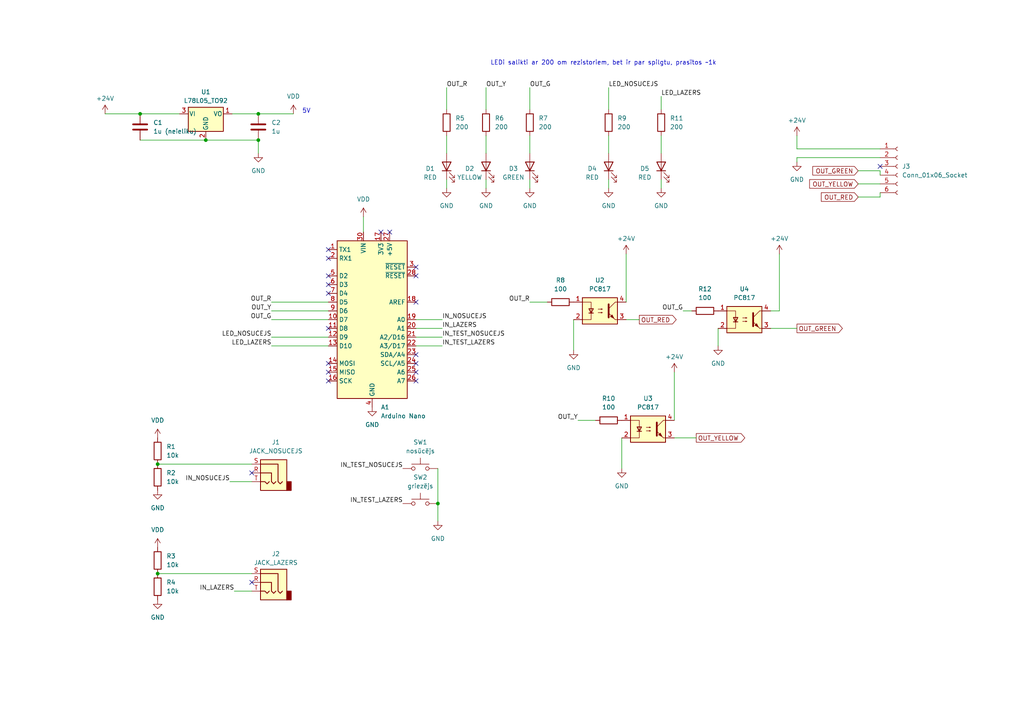
<source format=kicad_sch>
(kicad_sch (version 20230121) (generator eeschema)
  (paper "A4")
  (title_block (title "Plotera sensoru kontrolieris") (date "2023-11-19") (rev "2") (company "RTU CECA0 I") (comment 1 "Einārs Lielmanis"))
  (lib_symbols
    (symbol "Connector:Conn_01x06_Socket" (pin_names (offset 1.016) hide)
      (property "Reference" "J" (at 0 7.62 0))
      (property "Value" "Conn_01x06_Socket" (at 0 -10.16 0))
      (symbol "Conn_01x06_Socket_1_1"
        (arc (start 0 -7.112) (mid -0.5058 -7.62) (end 0 -8.128) (stroke (width 0.1524)))
        (arc (start 0 -4.572) (mid -0.5058 -5.08) (end 0 -5.588) (stroke (width 0.1524)))
        (arc (start 0 -2.032) (mid -0.5058 -2.54) (end 0 -3.048) (stroke (width 0.1524)))
        (polyline (pts (xy -1.27 -7.62) (xy -0.508 -7.62)) (stroke (width 0.1524)))
        (polyline (pts (xy -1.27 -5.08) (xy -0.508 -5.08)) (stroke (width 0.1524)))
        (polyline (pts (xy -1.27 -2.54) (xy -0.508 -2.54)) (stroke (width 0.1524)))
        (polyline (pts (xy -1.27 0) (xy -0.508 0)) (stroke (width 0.1524)))
        (polyline (pts (xy -1.27 2.54) (xy -0.508 2.54)) (stroke (width 0.1524)))
        (polyline (pts (xy -1.27 5.08) (xy -0.508 5.08)) (stroke (width 0.1524)))
        (arc (start 0 0.508) (mid -0.5058 0) (end 0 -0.508) (stroke (width 0.1524)))
        (arc (start 0 3.048) (mid -0.5058 2.54) (end 0 2.032) (stroke (width 0.1524)))
        (arc (start 0 5.588) (mid -0.5058 5.08) (end 0 4.572) (stroke (width 0.1524)))
        (pin passive line (at -5.08 5.08 0) (length 3.81) (name "Pin_1") (number "1"))
        (pin passive line (at -5.08 2.54 0) (length 3.81) (name "Pin_2") (number "2"))
        (pin passive line (at -5.08 0 0) (length 3.81) (name "Pin_3") (number "3"))
        (pin passive line (at -5.08 -2.54 0) (length 3.81) (name "Pin_4") (number "4"))
        (pin passive line (at -5.08 -5.08 0) (length 3.81) (name "Pin_5") (number "5"))
        (pin passive line (at -5.08 -7.62 0) (length 3.81) (name "Pin_6") (number "6"))
      )
    )
    (symbol "Connector_Audio:AudioJack3"
      (property "Reference" "J" (at 0 8.89 0))
      (property "Value" "AudioJack3" (at 0 6.35 0))
      (symbol "AudioJack3_0_1"
        (rectangle (start -5.08 -5.08) (end -6.35 -2.54) (stroke (width 0.254)) (fill (type outline)))
        (polyline (pts (xy 0 -2.54) (xy 0.635 -3.175) (xy 1.27 -2.54) (xy 2.54 -2.54)) (stroke (width 0.254)))
        (polyline (pts (xy -1.905 -2.54) (xy -1.27 -3.175) (xy -0.635 -2.54) (xy -0.635 0) (xy 2.54 0)) (stroke (width 0.254)))
        (polyline (pts (xy 2.54 2.54) (xy -2.54 2.54) (xy -2.54 -2.54) (xy -3.175 -3.175) (xy -3.81 -2.54)) (stroke (width 0.254)))
        (rectangle (start 2.54 3.81) (end -5.08 -5.08) (stroke (width 0.254)) (fill (type background)))
      )
      (symbol "AudioJack3_1_1"
        (pin passive line (at 5.08 0 180) (length 2.54) (name "~") (number "R"))
        (pin passive line (at 5.08 2.54 180) (length 2.54) (name "~") (number "S"))
        (pin passive line (at 5.08 -2.54 180) (length 2.54) (name "~") (number "T"))
      )
    )
    (symbol "Device:C" (pin_numbers hide) (pin_names (offset 0.254))
      (property "Reference" "C" (at 0.635 2.54 0))
      (property "Value" "C" (at 0.635 -2.54 0))
      (symbol "C_0_1"
        (polyline (pts (xy -2.032 -0.762) (xy 2.032 -0.762)) (stroke (width 0.508)))
        (polyline (pts (xy -2.032 0.762) (xy 2.032 0.762)) (stroke (width 0.508)))
      )
      (symbol "C_1_1"
        (pin passive line (at 0 3.81 270) (length 2.794) (name "~") (number "1"))
        (pin passive line (at 0 -3.81 90) (length 2.794) (name "~") (number "2"))
      )
    )
    (symbol "Device:LED" (pin_numbers hide) (pin_names (offset 1.016) hide)
      (property "Reference" "D" (at 0 2.54 0))
      (property "Value" "LED" (at 0 -2.54 0))
      (symbol "LED_0_1"
        (polyline (pts (xy -1.27 -1.27) (xy -1.27 1.27)) (stroke (width 0.254)))
        (polyline (pts (xy -1.27 0) (xy 1.27 0)))
        (polyline (pts (xy 1.27 -1.27) (xy 1.27 1.27) (xy -1.27 0) (xy 1.27 -1.27)) (stroke (width 0.254)))
        (polyline (pts (xy -3.048 -0.762) (xy -4.572 -2.286) (xy -3.81 -2.286) (xy -4.572 -2.286) (xy -4.572 -1.524)))
        (polyline (pts (xy -1.778 -0.762) (xy -3.302 -2.286) (xy -2.54 -2.286) (xy -3.302 -2.286) (xy -3.302 -1.524)))
      )
      (symbol "LED_1_1"
        (pin passive line (at -3.81 0 0) (length 2.54) (name "K") (number "1"))
        (pin passive line (at 3.81 0 180) (length 2.54) (name "A") (number "2"))
      )
    )
    (symbol "Device:R" (pin_numbers hide) (pin_names (offset 0))
      (property "Reference" "R" (at 2.032 0 90))
      (property "Value" "R" (at 0 0 90))
      (symbol "R_0_1"
        (rectangle (start -1.016 -2.54) (end 1.016 2.54) (stroke (width 0.254)))
      )
      (symbol "R_1_1"
        (pin passive line (at 0 3.81 270) (length 1.27) (name "~") (number "1"))
        (pin passive line (at 0 -3.81 90) (length 1.27) (name "~") (number "2"))
      )
    )
    (symbol "Isolator:PC817" (pin_names (offset 1.016))
      (property "Reference" "U" (at -5.08 5.08 0))
      (property "Value" "PC817" (at 0 5.08 0))
      (symbol "PC817_0_1"
        (rectangle (start -5.08 3.81) (end 5.08 -3.81) (stroke (width 0.254)) (fill (type background)))
        (polyline (pts (xy -3.175 -0.635) (xy -1.905 -0.635)) (stroke (width 0.254)))
        (polyline (pts (xy 2.54 0.635) (xy 4.445 2.54)))
        (polyline (pts (xy 4.445 -2.54) (xy 2.54 -0.635)) (fill (type outline)))
        (polyline (pts (xy 4.445 -2.54) (xy 5.08 -2.54)))
        (polyline (pts (xy 4.445 2.54) (xy 5.08 2.54)))
        (polyline (pts (xy -5.08 2.54) (xy -2.54 2.54) (xy -2.54 -0.635)))
        (polyline (pts (xy -2.54 -0.635) (xy -2.54 -2.54) (xy -5.08 -2.54)))
        (polyline (pts (xy 2.54 1.905) (xy 2.54 -1.905) (xy 2.54 -1.905)) (stroke (width 0.508)))
        (polyline (pts (xy -2.54 -0.635) (xy -3.175 0.635) (xy -1.905 0.635) (xy -2.54 -0.635)) (stroke (width 0.254)))
        (polyline (pts (xy -0.508 -0.508) (xy 0.762 -0.508) (xy 0.381 -0.635) (xy 0.381 -0.381) (xy 0.762 -0.508)))
        (polyline (pts (xy -0.508 0.508) (xy 0.762 0.508) (xy 0.381 0.381) (xy 0.381 0.635) (xy 0.762 0.508)))
        (polyline (pts (xy 3.048 -1.651) (xy 3.556 -1.143) (xy 4.064 -2.159) (xy 3.048 -1.651) (xy 3.048 -1.651)) (fill (type outline)))
      )
      (symbol "PC817_1_1"
        (pin passive line (at -7.62 2.54 0) (length 2.54) (name "~") (number "1"))
        (pin passive line (at -7.62 -2.54 0) (length 2.54) (name "~") (number "2"))
        (pin passive line (at 7.62 -2.54 180) (length 2.54) (name "~") (number "3"))
        (pin passive line (at 7.62 2.54 180) (length 2.54) (name "~") (number "4"))
      )
    )
    (symbol "MCU_Module:Arduino_Nano_Every"
      (property "Reference" "A?" (at 2.502 -25.4 0))
      (property "Value" "Arduino_Nano_Every" (at 2.502 -27.94 0))
      (symbol "Arduino_Nano_Every_0_1"
        (rectangle (start -10.16 22.86) (end 10.16 -22.86) (stroke (width 0.254)) (fill (type background)))
      )
      (symbol "Arduino_Nano_Every_1_1"
        (pin bidirectional line (at -12.7 20.32 0) (length 2.54) (name "TX1") (number "1"))
        (pin bidirectional line (at -12.7 0 0) (length 2.54) (name "D7") (number "10"))
        (pin bidirectional line (at -12.7 -2.54 0) (length 2.54) (name "D8") (number "11"))
        (pin bidirectional line (at -12.7 -5.08 0) (length 2.54) (name "D9") (number "12"))
        (pin bidirectional line (at -12.7 -7.62 0) (length 2.54) (name "D10") (number "13"))
        (pin bidirectional line (at -12.7 -12.7 0) (length 2.54) (name "MOSI") (number "14"))
        (pin bidirectional line (at -12.7 -15.24 0) (length 2.54) (name "MISO") (number "15"))
        (pin bidirectional line (at -12.7 -17.78 0) (length 2.54) (name "SCK") (number "16"))
        (pin power_out line (at 2.54 25.4 270) (length 2.54) (name "3V3") (number "17"))
        (pin input line (at 12.7 5.08 180) (length 2.54) (name "AREF") (number "18"))
        (pin bidirectional line (at 12.7 0 180) (length 2.54) (name "A0") (number "19"))
        (pin bidirectional line (at -12.7 17.78 0) (length 2.54) (name "RX1") (number "2"))
        (pin bidirectional line (at 12.7 -2.54 180) (length 2.54) (name "A1") (number "20"))
        (pin bidirectional line (at 12.7 -5.08 180) (length 2.54) (name "A2/D16") (number "21"))
        (pin bidirectional line (at 12.7 -7.62 180) (length 2.54) (name "A3/D17") (number "22"))
        (pin bidirectional line (at 12.7 -10.16 180) (length 2.54) (name "SDA/A4") (number "23"))
        (pin bidirectional line (at 12.7 -12.7 180) (length 2.54) (name "SCL/A5") (number "24"))
        (pin bidirectional line (at 12.7 -15.24 180) (length 2.54) (name "A6") (number "25"))
        (pin bidirectional line (at 12.7 -17.78 180) (length 2.54) (name "A7") (number "26"))
        (pin power_out line (at 5.08 25.4 270) (length 2.54) (name "+5V") (number "27"))
        (pin input line (at 12.7 12.7 180) (length 2.54) (name "~{RESET}") (number "28"))
        (pin passive line (at 0 -25.4 90) (length 2.54) hide (name "GND") (number "29"))
        (pin input line (at 12.7 15.24 180) (length 2.54) (name "~{RESET}") (number "3"))
        (pin power_in line (at -2.54 25.4 270) (length 2.54) (name "VIN") (number "30"))
        (pin power_in line (at 0 -25.4 90) (length 2.54) (name "GND") (number "4"))
        (pin bidirectional line (at -12.7 12.7 0) (length 2.54) (name "D2") (number "5"))
        (pin bidirectional line (at -12.7 10.16 0) (length 2.54) (name "D3") (number "6"))
        (pin bidirectional line (at -12.7 7.62 0) (length 2.54) (name "D4") (number "7"))
        (pin bidirectional line (at -12.7 5.08 0) (length 2.54) (name "D5") (number "8"))
        (pin bidirectional line (at -12.7 2.54 0) (length 2.54) (name "D6") (number "9"))
      )
    )
    (symbol "Regulator_Linear:L78L05_TO92" (pin_names (offset 0.254))
      (property "Reference" "U" (at -3.81 3.175 0))
      (property "Value" "L78L05_TO92" (at 0 3.175 0))
      (symbol "L78L05_TO92_0_1"
        (rectangle (start -5.08 -5.08) (end 5.08 1.905) (stroke (width 0.254)) (fill (type background)))
      )
      (symbol "L78L05_TO92_1_1"
        (pin power_out line (at 7.62 0 180) (length 2.54) (name "VO") (number "1"))
        (pin power_in line (at 0 -7.62 90) (length 2.54) (name "GND") (number "2"))
        (pin power_in line (at -7.62 0 0) (length 2.54) (name "VI") (number "3"))
      )
    )
    (symbol "Switch:SW_Push" (pin_numbers hide) (pin_names (offset 1.016) hide)
      (property "Reference" "SW" (at 1.27 2.54 0))
      (property "Value" "SW_Push" (at 0 -1.524 0))
      (symbol "SW_Push_0_1"
        (circle (center -2.032 0) (radius 0.508))
        (polyline (pts (xy 0 1.27) (xy 0 3.048)))
        (polyline (pts (xy 2.54 1.27) (xy -2.54 1.27)))
        (circle (center 2.032 0) (radius 0.508))
        (pin passive line (at -5.08 0 0) (length 2.54) (name "1") (number "1"))
        (pin passive line (at 5.08 0 180) (length 2.54) (name "2") (number "2"))
      )
    )
    (symbol "power:+24V" (power) (pin_names (offset 0))
      (property "Value" "+24V" (at 0 3.556 0))
      (symbol "+24V_0_1"
        (polyline (pts (xy -0.762 1.27) (xy 0 2.54)))
        (polyline (pts (xy 0 0) (xy 0 2.54)))
        (polyline (pts (xy 0 2.54) (xy 0.762 1.27)))
      )
      (symbol "+24V_1_1"
        (pin power_in line (at 0 0 90) (length 0) hide (name "+24V") (number "1"))
      )
    )
    (symbol "power:GND" (power) (pin_names (offset 0))
      (property "Value" "GND" (at 0 -3.81 0))
      (symbol "GND_0_1"
        (polyline (pts (xy 0 0) (xy 0 -1.27) (xy 1.27 -1.27) (xy 0 -2.54) (xy -1.27 -1.27) (xy 0 -1.27)))
      )
      (symbol "GND_1_1"
        (pin power_in line (at 0 0 270) (length 0) hide (name "GND") (number "1"))
      )
    )
    (symbol "power:VDD" (power) (pin_names (offset 0))
      (property "Value" "VDD" (at 0 3.81 0))
      (symbol "VDD_0_1"
        (polyline (pts (xy -0.762 1.27) (xy 0 2.54)))
        (polyline (pts (xy 0 0) (xy 0 2.54)))
        (polyline (pts (xy 0 2.54) (xy 0.762 1.27)))
      )
      (symbol "VDD_1_1"
        (pin power_in line (at 0 0 90) (length 0) hide (name "VDD") (number "1"))
      )
    )
  )
  (junction (at 45.72 166.37))
  (junction (at 45.72 134.62))
  (junction (at 74.93 40.64))
  (junction (at 59.69 40.64))
  (junction (at 127 146.05))
  (junction (at 40.64 33.02))
  (junction (at 74.93 33.02))
  (no_connect (at 95.25 80.01))
  (no_connect (at 95.25 95.25))
  (no_connect (at 95.25 74.93))
  (no_connect (at 95.25 85.09))
  (no_connect (at 120.65 80.01))
  (no_connect (at 120.65 110.49))
  (no_connect (at 95.25 105.41))
  (no_connect (at 73.025 168.91))
  (no_connect (at 95.25 82.55))
  (no_connect (at 120.65 102.87))
  (no_connect (at 120.65 107.95))
  (no_connect (at 95.25 72.39))
  (no_connect (at 113.03 67.31))
  (no_connect (at 95.25 107.95))
  (no_connect (at 95.25 110.49))
  (no_connect (at 255.27 48.26))
  (no_connect (at 110.49 67.31))
  (no_connect (at 120.65 77.47))
  (no_connect (at 120.65 105.41))
  (no_connect (at 73.025 137.16))
  (no_connect (at 120.65 87.63))
  (wire (pts (xy 105.41 62.865) (xy 105.41 67.31)))
  (wire (pts (xy 78.74 97.79) (xy 95.25 97.79)))
  (wire (pts (xy 181.61 92.71) (xy 185.42 92.71)))
  (wire (pts (xy 129.54 39.37) (xy 129.54 44.45)))
  (wire (pts (xy 195.58 127) (xy 201.93 127)))
  (wire (pts (xy 129.54 52.07) (xy 129.54 54.61)))
  (wire (pts (xy 59.69 40.64) (xy 74.93 40.64)))
  (wire (pts (xy 120.65 100.33) (xy 128.27 100.33)))
  (wire (pts (xy 181.61 73.66) (xy 181.61 87.63)))
  (wire (pts (xy 30.48 33.02) (xy 40.64 33.02)))
  (wire (pts (xy 176.53 39.37) (xy 176.53 44.45)))
  (wire (pts (xy 191.77 27.94) (xy 191.77 31.75)))
  (wire (pts (xy 40.64 33.02) (xy 52.07 33.02)))
  (wire (pts (xy 231.14 39.37) (xy 231.14 43.18)))
  (wire (pts (xy 166.37 92.71) (xy 166.37 101.6)))
  (wire (pts (xy 74.93 33.02) (xy 85.09 33.02)))
  (wire (pts (xy 231.14 45.72) (xy 255.27 45.72)))
  (wire (pts (xy 127 135.89) (xy 127 146.05)))
  (wire (pts (xy 40.64 40.64) (xy 59.69 40.64)))
  (wire (pts (xy 198.12 90.17) (xy 200.66 90.17)))
  (wire (pts (xy 231.14 46.99) (xy 231.14 45.72)))
  (wire (pts (xy 120.65 97.79) (xy 128.27 97.79)))
  (wire (pts (xy 226.06 90.17) (xy 223.52 90.17)))
  (wire (pts (xy 127 146.05) (xy 127 151.13)))
  (wire (pts (xy 195.58 107.95) (xy 195.58 121.92)))
  (wire (pts (xy 153.67 52.07) (xy 153.67 54.61)))
  (wire (pts (xy 74.93 40.64) (xy 74.93 44.45)))
  (wire (pts (xy 45.72 166.37) (xy 73.025 166.37)))
  (wire (pts (xy 140.97 39.37) (xy 140.97 44.45)))
  (wire (pts (xy 45.72 134.62) (xy 73.025 134.62)))
  (wire (pts (xy 73.025 139.7) (xy 66.675 139.7)))
  (wire (pts (xy 78.74 92.71) (xy 95.25 92.71)))
  (wire (pts (xy 176.53 52.07) (xy 176.53 54.61)))
  (wire (pts (xy 78.74 90.17) (xy 95.25 90.17)))
  (wire (pts (xy 78.74 87.63) (xy 95.25 87.63)))
  (wire (pts (xy 153.67 39.37) (xy 153.67 44.45)))
  (wire (pts (xy 167.64 121.92) (xy 172.72 121.92)))
  (wire (pts (xy 120.65 92.71) (xy 128.27 92.71)))
  (wire (pts (xy 153.67 87.63) (xy 158.75 87.63)))
  (wire (pts (xy 140.97 25.4) (xy 140.97 31.75)))
  (wire (pts (xy 78.74 100.33) (xy 95.25 100.33)))
  (wire (pts (xy 223.52 95.25) (xy 231.14 95.25)))
  (wire (pts (xy 226.06 73.66) (xy 226.06 90.17)))
  (wire (pts (xy 140.97 52.07) (xy 140.97 54.61)))
  (wire (pts (xy 120.65 95.25) (xy 128.27 95.25)))
  (wire (pts (xy 208.28 95.25) (xy 208.28 100.33)))
  (wire (pts (xy 231.14 43.18) (xy 255.27 43.18)))
  (wire (pts (xy 248.92 57.15) (xy 255.27 57.15)))
  (wire (pts (xy 191.77 39.37) (xy 191.77 44.45)))
  (wire (pts (xy 153.67 25.4) (xy 153.67 31.75)))
  (wire (pts (xy 255.27 55.88) (xy 255.27 57.15)))
  (wire (pts (xy 180.34 127) (xy 180.34 135.89)))
  (wire (pts (xy 248.92 53.34) (xy 255.27 53.34)))
  (wire (pts (xy 255.27 49.53) (xy 255.27 50.8)))
  (wire (pts (xy 67.945 171.45) (xy 73.025 171.45)))
  (wire (pts (xy 191.77 52.07) (xy 191.77 54.61)))
  (wire (pts (xy 129.54 25.4) (xy 129.54 31.75)))
  (wire (pts (xy 67.31 33.02) (xy 74.93 33.02)))
  (wire (pts (xy 248.92 49.53) (xy 255.27 49.53)))
  (wire (pts (xy 176.53 25.4) (xy 176.53 31.75)))
  (text "5V" (at 87.63 33.02 0) (effects (font (size 1.27 1.27)) (justify left bottom)))
  (text "LEDi salikti ar 200 om rezistoriem, bet ir par spilgtu, prasītos ~1k" (at 142.24 19.05 0) (effects (font (size 1.27 1.27)) (justify left bottom)))
  (label "OUT_Y" (at 167.64 121.92 180))
  (label "OUT_Y" (at 140.97 25.4 0))
  (label "OUT_R" (at 78.74 87.63 180))
  (label "IN_TEST_NOSUCEJS" (at 128.27 97.79 0))
  (label "IN_NOSUCEJS" (at 128.27 92.71 0))
  (label "LED_LAZERS" (at 78.74 100.33 180))
  (label "OUT_R" (at 153.67 87.63 180))
  (label "LED_LAZERS" (at 191.77 27.94 0))
  (label "IN_NOSUCEJS" (at 66.675 139.7 180))
  (label "IN_TEST_NOSUCEJS" (at 116.84 135.89 180))
  (label "IN_LAZERS" (at 67.945 171.45 180))
  (label "OUT_G" (at 153.67 25.4 0))
  (label "LED_NOSUCEJS" (at 176.53 25.4 0))
  (label "OUT_G" (at 78.74 92.71 180))
  (label "OUT_Y" (at 78.74 90.17 180))
  (label "LED_NOSUCEJS" (at 78.74 97.79 180))
  (label "IN_TEST_LAZERS" (at 128.27 100.33 0))
  (label "IN_LAZERS" (at 128.27 95.25 0))
  (label "OUT_R" (at 129.54 25.4 0))
  (label "OUT_G" (at 198.12 90.17 180))
  (label "IN_TEST_LAZERS" (at 116.84 146.05 180))
  (global_label "OUT_RED" (shape output) (at 185.42 92.71 0) (property "Intersheetrefs" "${INTERSHEET_REFS}" (effects hide)))
  (global_label "OUT_YELLOW" (shape input) (at 248.92 53.34 180) (property "Intersheetrefs" "${INTERSHEET_REFS}" (effects hide)))
  (global_label "OUT_GREEN" (shape output) (at 231.14 95.25 0) (property "Intersheetrefs" "${INTERSHEET_REFS}" (effects hide)))
  (global_label "OUT_RED" (shape input) (at 248.92 57.15 180) (property "Intersheetrefs" "${INTERSHEET_REFS}" (effects hide)))
  (global_label "OUT_GREEN" (shape input) (at 248.92 49.53 180) (property "Intersheetrefs" "${INTERSHEET_REFS}" (effects hide)))
  (global_label "OUT_YELLOW" (shape output) (at 201.93 127 0) (property "Intersheetrefs" "${INTERSHEET_REFS}" (effects hide)))
  (symbol (lib_id "power:GND") (at 129.54 54.61 0) (unit 1)
    (property "Reference" "#PWR011" (effects hide))
    (property "Value" "GND" (at 129.54 59.69 0))
  )
  (symbol (lib_id "Connector_Audio:AudioJack3") (at 78.105 168.91 0) (mirror y) (unit 1)
    (property "Reference" "J2" (at 80.01 160.655 0))
    (property "Value" "JACK_LAZERS" (at 80.01 163.195 0))
    (property "Footprint" "Connector_Audio:Jack_3.5mm_CUI_SJ1-3523N_Horizontal" (effects hide))
  )
  (symbol (lib_id "Device:R") (at 153.67 35.56 0) (unit 1)
    (property "Reference" "R7" (at 156.21 34.2899 0) (effects (justify left)))
    (property "Value" "200" (at 156.21 36.8299 0) (effects (justify left)))
  )
  (symbol (lib_id "power:VDD") (at 85.09 33.02 0) (unit 1)
    (property "Reference" "#PWR07" (effects hide))
    (property "Value" "VDD" (at 85.09 27.94 0))
  )
  (symbol (lib_id "Device:R") (at 45.72 162.56 0) (unit 1)
    (property "Reference" "R3" (at 48.26 161.2899 0) (effects (justify left)))
    (property "Value" "10k" (at 48.26 163.8299 0) (effects (justify left)))
  )
  (symbol (lib_id "power:GND") (at 231.14 46.99 0) (unit 1)
    (property "Reference" "#PWR023" (effects hide))
    (property "Value" "GND" (at 231.14 52.07 0))
  )
  (symbol (lib_id "power:VDD") (at 105.41 62.865 0) (unit 1)
    (property "Reference" "#PWR09" (effects hide))
    (property "Value" "VDD" (at 105.41 57.785 0))
  )
  (symbol (lib_id "power:GND") (at 45.72 173.99 0) (unit 1)
    (property "Reference" "#PWR05" (effects hide))
    (property "Value" "GND" (at 45.72 179.07 0))
  )
  (symbol (lib_id "Connector:Conn_01x06_Socket") (at 260.35 48.26 0) (unit 1)
    (property "Reference" "J3" (at 261.62 48.2599 0) (effects (justify left)))
    (property "Value" "Conn_01x06_Socket" (at 261.62 50.7999 0) (effects (justify left)))
  )
  (symbol (lib_id "Device:R") (at 140.97 35.56 0) (unit 1)
    (property "Reference" "R6" (at 143.51 34.2899 0) (effects (justify left)))
    (property "Value" "200" (at 143.51 36.8299 0) (effects (justify left)))
  )
  (symbol (lib_id "Device:R") (at 176.53 121.92 270) (unit 1)
    (property "Reference" "R10" (at 176.53 115.57 90))
    (property "Value" "100" (at 176.53 118.11 90))
  )
  (symbol (lib_id "power:GND") (at 191.77 54.61 0) (unit 1)
    (property "Reference" "#PWR018" (effects hide))
    (property "Value" "GND" (at 191.77 59.69 0))
  )
  (symbol (lib_id "power:GND") (at 153.67 54.61 0) (unit 1)
    (property "Reference" "#PWR013" (effects hide))
    (property "Value" "GND" (at 153.67 59.69 0))
  )
  (symbol (lib_id "Device:R") (at 45.72 138.43 0) (unit 1)
    (property "Reference" "R2" (at 48.26 137.1599 0) (effects (justify left)))
    (property "Value" "10k" (at 48.26 139.6999 0) (effects (justify left)))
  )
  (symbol (lib_id "Switch:SW_Push") (at 121.92 135.89 0) (unit 1)
    (property "Reference" "SW1" (at 121.92 128.27 0))
    (property "Value" "nosūcējs" (at 121.92 130.81 0))
  )
  (symbol (lib_id "Device:R") (at 45.72 170.18 0) (unit 1)
    (property "Reference" "R4" (at 48.26 168.9099 0) (effects (justify left)))
    (property "Value" "10k" (at 48.26 171.4499 0) (effects (justify left)))
  )
  (symbol (lib_id "Device:C") (at 74.93 36.83 0) (unit 1)
    (property "Reference" "C2" (at 78.74 35.5599 0) (effects (justify left)))
    (property "Value" "1u" (at 78.74 38.0999 0) (effects (justify left)))
  )
  (symbol (lib_id "Device:R") (at 191.77 35.56 0) (unit 1)
    (property "Reference" "R11" (at 194.31 34.2899 0) (effects (justify left)))
    (property "Value" "200" (at 194.31 36.8299 0) (effects (justify left)))
  )
  (symbol (lib_id "Device:R") (at 45.72 130.81 0) (unit 1)
    (property "Reference" "R1" (at 48.26 129.5399 0) (effects (justify left)))
    (property "Value" "10k" (at 48.26 132.0799 0) (effects (justify left)))
  )
  (symbol (lib_id "Device:R") (at 204.47 90.17 270) (unit 1)
    (property "Reference" "R12" (at 204.47 83.82 90))
    (property "Value" "100" (at 204.47 86.36 90))
  )
  (symbol (lib_id "power:GND") (at 74.93 44.45 0) (unit 1)
    (property "Reference" "#PWR06" (effects hide))
    (property "Value" "GND" (at 74.93 49.53 0))
  )
  (symbol (lib_id "Isolator:PC817") (at 173.99 90.17 0) (unit 1)
    (property "Reference" "U2" (at 173.99 81.28 0))
    (property "Value" "PC817" (at 173.99 83.82 0))
    (property "Footprint" "Package_DIP:DIP-4_W7.62mm" (effects hide))
    (property "Datasheet" "http://www.soselectronic.cz/a_info/resource/d/pc817.pdf" (effects hide))
  )
  (symbol (lib_id "Device:LED") (at 176.53 48.26 90) (unit 1)
    (property "Reference" "D4" (at 171.7675 48.895 90))
    (property "Value" "RED" (at 171.7675 51.435 90))
  )
  (symbol (lib_id "power:GND") (at 180.34 135.89 0) (unit 1)
    (property "Reference" "#PWR016" (effects hide))
    (property "Value" "GND" (at 180.34 140.97 0))
  )
  (symbol (lib_id "power:GND") (at 166.37 101.6 0) (unit 1)
    (property "Reference" "#PWR014" (effects hide))
    (property "Value" "GND" (at 166.37 106.68 0))
  )
  (symbol (lib_id "Device:LED") (at 129.54 48.26 90) (unit 1)
    (property "Reference" "D1" (at 124.7775 48.895 90))
    (property "Value" "RED" (at 124.7775 51.435 90))
  )
  (symbol (lib_id "power:GND") (at 45.72 142.24 0) (unit 1)
    (property "Reference" "#PWR03" (effects hide))
    (property "Value" "GND" (at 45.72 147.32 0))
  )
  (symbol (lib_id "Isolator:PC817") (at 187.96 124.46 0) (unit 1)
    (property "Reference" "U3" (at 187.96 115.57 0))
    (property "Value" "PC817" (at 187.96 118.11 0))
    (property "Footprint" "Package_DIP:DIP-4_W7.62mm" (effects hide))
    (property "Datasheet" "http://www.soselectronic.cz/a_info/resource/d/pc817.pdf" (effects hide))
  )
  (symbol (lib_id "Regulator_Linear:L78L05_TO92") (at 59.69 33.02 0) (unit 1)
    (property "Reference" "U1" (at 59.69 26.67 0))
    (property "Value" "L78L05_TO92" (at 59.69 29.21 0))
    (property "Footprint" "Package_TO_SOT_THT:TO-92_Inline" (effects hide))
    (property "Datasheet" "http://www.st.com/content/ccc/resource/technical/document/datasheet/15/55/e5/aa/23/5b/43/fd/CD00000446.pdf/files/CD00000446.pdf/jcr:content/translations/en.CD00000446.pdf" (effects hide))
  )
  (symbol (lib_id "power:+24V") (at 181.61 73.66 0) (unit 1)
    (property "Reference" "#PWR01" (effects hide))
    (property "Value" "+24V" (at 181.61 69.215 0))
  )
  (symbol (lib_id "power:GND") (at 107.95 118.11 0) (unit 1)
    (property "Reference" "#PWR08" (effects hide))
    (property "Value" "GND" (at 107.95 123.19 0))
  )
  (symbol (lib_id "power:GND") (at 127 151.13 0) (unit 1)
    (property "Reference" "#PWR010" (effects hide))
    (property "Value" "GND" (at 127 156.21 0))
  )
  (symbol (lib_id "power:VDD") (at 45.72 158.75 0) (unit 1)
    (property "Reference" "#PWR04" (effects hide))
    (property "Value" "VDD" (at 45.72 153.67 0))
  )
  (symbol (lib_id "Connector_Audio:AudioJack3") (at 78.105 137.16 0) (mirror y) (unit 1)
    (property "Reference" "J1" (at 80.01 128.27 0))
    (property "Value" "JACK_NOSUCEJS" (at 80.01 130.81 0))
    (property "Footprint" "Connector_Audio:Jack_3.5mm_CUI_SJ1-3523N_Horizontal" (effects hide))
  )
  (symbol (lib_id "power:VDD") (at 45.72 127 0) (unit 1)
    (property "Reference" "#PWR02" (effects hide))
    (property "Value" "VDD" (at 45.72 121.92 0))
  )
  (symbol (lib_id "Device:C") (at 40.64 36.83 0) (unit 1) (in_bom no) (on_board no)
    (property "Reference" "C1" (at 44.45 35.5599 0) (effects (justify left)))
    (property "Value" "1u (neieliku)" (at 44.45 38.0999 0) (effects (justify left)))
  )
  (symbol (lib_id "MCU_Module:Arduino_Nano_Every") (at 107.95 92.71 0) (unit 1)
    (property "Reference" "A1" (at 110.452 118.11 0) (effects (justify left)))
    (property "Value" "Arduino Nano" (at 110.452 120.65 0) (effects (justify left)))
    (property "Footprint" "Module:Arduino_Nano" (effects hide))
    (property "Datasheet" "https://content.arduino.cc/assets/NANOEveryV3.0_sch.pdf" (effects hide))
  )
  (symbol (lib_id "power:+24V") (at 195.58 107.95 0) (unit 1)
    (property "Reference" "#PWR017" (effects hide))
    (property "Value" "+24V" (at 195.58 103.505 0))
  )
  (symbol (lib_id "Device:R") (at 129.54 35.56 0) (unit 1)
    (property "Reference" "R5" (at 132.08 34.2899 0) (effects (justify left)))
    (property "Value" "200" (at 132.08 36.8299 0) (effects (justify left)))
  )
  (symbol (lib_id "Device:LED") (at 153.67 48.26 90) (unit 1)
    (property "Reference" "D3" (at 148.9075 48.895 90))
    (property "Value" "GREEN" (at 148.9075 51.435 90))
  )
  (symbol (lib_id "Switch:SW_Push") (at 121.92 146.05 0) (unit 1)
    (property "Reference" "SW2" (at 121.92 138.43 0))
    (property "Value" "griezējs" (at 121.92 140.97 0))
  )
  (symbol (lib_id "power:GND") (at 208.28 100.33 0) (unit 1)
    (property "Reference" "#PWR020" (effects hide))
    (property "Value" "GND" (at 208.28 105.41 0))
  )
  (symbol (lib_id "power:GND") (at 140.97 54.61 0) (unit 1)
    (property "Reference" "#PWR012" (effects hide))
    (property "Value" "GND" (at 140.97 59.69 0))
  )
  (symbol (lib_id "Device:LED") (at 140.97 48.26 90) (unit 1)
    (property "Reference" "D2" (at 136.2075 48.895 90))
    (property "Value" "YELLOW" (at 136.2075 51.435 90))
  )
  (symbol (lib_id "power:+24V") (at 226.06 73.66 0) (unit 1)
    (property "Reference" "#PWR019" (effects hide))
    (property "Value" "+24V" (at 226.06 69.215 0))
  )
  (symbol (lib_id "power:+24V") (at 231.14 39.37 0) (unit 1)
    (property "Reference" "#PWR021" (effects hide))
    (property "Value" "+24V" (at 231.14 34.925 0))
  )
  (symbol (lib_id "Isolator:PC817") (at 215.9 92.71 0) (unit 1)
    (property "Reference" "U4" (at 215.9 83.82 0))
    (property "Value" "PC817" (at 215.9 86.36 0))
    (property "Footprint" "Package_DIP:DIP-4_W7.62mm" (effects hide))
    (property "Datasheet" "http://www.soselectronic.cz/a_info/resource/d/pc817.pdf" (effects hide))
  )
  (symbol (lib_id "Device:R") (at 162.56 87.63 270) (unit 1)
    (property "Reference" "R8" (at 162.56 81.28 90))
    (property "Value" "100" (at 162.56 83.82 90))
  )
  (symbol (lib_id "Device:R") (at 176.53 35.56 0) (unit 1)
    (property "Reference" "R9" (at 179.07 34.2899 0) (effects (justify left)))
    (property "Value" "200" (at 179.07 36.8299 0) (effects (justify left)))
  )
  (symbol (lib_id "power:+24V") (at 30.48 33.02 0) (unit 1)
    (property "Reference" "#PWR024" (effects hide))
    (property "Value" "+24V" (at 30.48 28.575 0))
  )
  (symbol (lib_id "power:GND") (at 176.53 54.61 0) (unit 1)
    (property "Reference" "#PWR015" (effects hide))
    (property "Value" "GND" (at 176.53 59.69 0))
  )
  (symbol (lib_id "Device:LED") (at 191.77 48.26 90) (unit 1)
    (property "Reference" "D5" (at 187.0075 48.895 90))
    (property "Value" "RED" (at 187.0075 51.435 90))
  )
)
</source>
